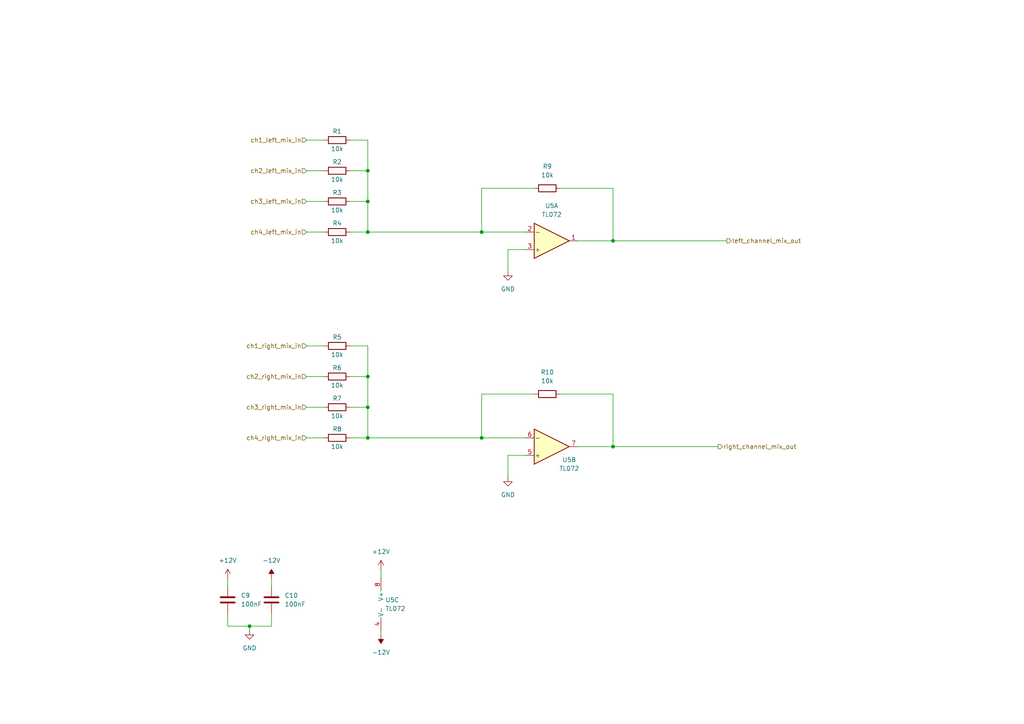
<source format=kicad_sch>
(kicad_sch (version 20230121) (generator eeschema)
  (paper "A4")
  (lib_symbols
    (symbol "Amplifier_Operational:TL072" (pin_names (offset 0.127))
      (property "Reference" "U" (at 0 5.08 0))
      (property "Value" "TL072" (at 0 -5.08 0))
      (symbol "TL072_1_1"
        (polyline (pts (xy -5.08 5.08) (xy 5.08 0) (xy -5.08 -5.08) (xy -5.08 5.08)) (stroke (width 0.254)) (fill (type background)))
        (pin output line (at 7.62 0 180) (length 2.54) (name "~") (number "1"))
        (pin input line (at -7.62 -2.54 0) (length 2.54) (name "-") (number "2"))
        (pin input line (at -7.62 2.54 0) (length 2.54) (name "+") (number "3"))
      )
      (symbol "TL072_2_1"
        (polyline (pts (xy -5.08 5.08) (xy 5.08 0) (xy -5.08 -5.08) (xy -5.08 5.08)) (stroke (width 0.254)) (fill (type background)))
        (pin input line (at -7.62 2.54 0) (length 2.54) (name "+") (number "5"))
        (pin input line (at -7.62 -2.54 0) (length 2.54) (name "-") (number "6"))
        (pin output line (at 7.62 0 180) (length 2.54) (name "~") (number "7"))
      )
      (symbol "TL072_3_1"
        (pin power_in line (at -2.54 -7.62 90) (length 3.81) (name "V-") (number "4"))
        (pin power_in line (at -2.54 7.62 270) (length 3.81) (name "V+") (number "8"))
      )
    )
    (symbol "Device:C" (pin_numbers hide) (pin_names (offset 0.254))
      (property "Reference" "C" (at 0.635 2.54 0))
      (property "Value" "C" (at 0.635 -2.54 0))
      (symbol "C_0_1"
        (polyline (pts (xy -2.032 -0.762) (xy 2.032 -0.762)) (stroke (width 0.508)))
        (polyline (pts (xy -2.032 0.762) (xy 2.032 0.762)) (stroke (width 0.508)))
      )
      (symbol "C_1_1"
        (pin passive line (at 0 3.81 270) (length 2.794) (name "~") (number "1"))
        (pin passive line (at 0 -3.81 90) (length 2.794) (name "~") (number "2"))
      )
    )
    (symbol "Device:R" (pin_numbers hide) (pin_names (offset 0))
      (property "Reference" "R" (at 2.032 0 90))
      (property "Value" "R" (at 0 0 90))
      (symbol "R_0_1"
        (rectangle (start -1.016 -2.54) (end 1.016 2.54) (stroke (width 0.254)))
      )
      (symbol "R_1_1"
        (pin passive line (at 0 3.81 270) (length 1.27) (name "~") (number "1"))
        (pin passive line (at 0 -3.81 90) (length 1.27) (name "~") (number "2"))
      )
    )
    (symbol "power:+12V" (power) (pin_names (offset 0))
      (property "Value" "+12V" (at 0 3.556 0))
      (symbol "+12V_0_1"
        (polyline (pts (xy -0.762 1.27) (xy 0 2.54)))
        (polyline (pts (xy 0 0) (xy 0 2.54)))
        (polyline (pts (xy 0 2.54) (xy 0.762 1.27)))
      )
      (symbol "+12V_1_1"
        (pin power_in line (at 0 0 90) (length 0) hide (name "+12V") (number "1"))
      )
    )
    (symbol "power:-12V" (power) (pin_names (offset 0))
      (property "Value" "-12V" (at 0 3.81 0))
      (symbol "-12V_0_0"
        (pin power_in line (at 0 0 90) (length 0) hide (name "-12V") (number "1"))
      )
      (symbol "-12V_0_1"
        (polyline (pts (xy 0 0) (xy 0 1.27) (xy 0.762 1.27) (xy 0 2.54) (xy -0.762 1.27) (xy 0 1.27)) (fill (type outline)))
      )
    )
    (symbol "power:GND" (power) (pin_names (offset 0))
      (property "Value" "GND" (at 0 -3.81 0))
      (symbol "GND_0_1"
        (polyline (pts (xy 0 0) (xy 0 -1.27) (xy 1.27 -1.27) (xy 0 -2.54) (xy -1.27 -1.27) (xy 0 -1.27)))
      )
      (symbol "GND_1_1"
        (pin power_in line (at 0 0 270) (length 0) hide (name "GND") (number "1"))
      )
    )
  )
  (junction (at 72.39 181.61))
  (junction (at 106.68 49.53))
  (junction (at 106.68 58.42))
  (junction (at 106.68 127))
  (junction (at 177.8 129.54))
  (junction (at 177.8 69.85))
  (junction (at 106.68 67.31))
  (junction (at 106.68 109.22))
  (junction (at 106.68 118.11))
  (junction (at 139.7 67.31))
  (junction (at 139.7 127))
  (wire (pts (xy 101.6 49.53) (xy 106.68 49.53)))
  (wire (pts (xy 66.04 181.61) (xy 72.39 181.61)))
  (wire (pts (xy 139.7 114.3) (xy 154.94 114.3)))
  (wire (pts (xy 167.64 69.85) (xy 177.8 69.85)))
  (wire (pts (xy 106.68 40.64) (xy 106.68 49.53)))
  (wire (pts (xy 88.9 40.64) (xy 93.98 40.64)))
  (wire (pts (xy 167.64 129.54) (xy 177.8 129.54)))
  (wire (pts (xy 139.7 127) (xy 152.4 127)))
  (wire (pts (xy 101.6 67.31) (xy 106.68 67.31)))
  (wire (pts (xy 147.32 72.39) (xy 147.32 78.74)))
  (wire (pts (xy 147.32 132.08) (xy 152.4 132.08)))
  (wire (pts (xy 88.9 49.53) (xy 93.98 49.53)))
  (wire (pts (xy 72.39 181.61) (xy 72.39 182.88)))
  (wire (pts (xy 101.6 40.64) (xy 106.68 40.64)))
  (wire (pts (xy 101.6 109.22) (xy 106.68 109.22)))
  (wire (pts (xy 101.6 100.33) (xy 106.68 100.33)))
  (wire (pts (xy 106.68 118.11) (xy 106.68 127)))
  (wire (pts (xy 106.68 49.53) (xy 106.68 58.42)))
  (wire (pts (xy 110.49 165.1) (xy 110.49 167.64)))
  (wire (pts (xy 162.56 114.3) (xy 177.8 114.3)))
  (wire (pts (xy 106.68 58.42) (xy 106.68 67.31)))
  (wire (pts (xy 106.68 100.33) (xy 106.68 109.22)))
  (wire (pts (xy 101.6 127) (xy 106.68 127)))
  (wire (pts (xy 177.8 129.54) (xy 208.28 129.54)))
  (wire (pts (xy 88.9 58.42) (xy 93.98 58.42)))
  (wire (pts (xy 139.7 54.61) (xy 154.94 54.61)))
  (wire (pts (xy 88.9 127) (xy 93.98 127)))
  (wire (pts (xy 88.9 100.33) (xy 93.98 100.33)))
  (wire (pts (xy 139.7 114.3) (xy 139.7 127)))
  (wire (pts (xy 78.74 177.8) (xy 78.74 181.61)))
  (wire (pts (xy 139.7 54.61) (xy 139.7 67.31)))
  (wire (pts (xy 101.6 58.42) (xy 106.68 58.42)))
  (wire (pts (xy 177.8 114.3) (xy 177.8 129.54)))
  (wire (pts (xy 106.68 67.31) (xy 139.7 67.31)))
  (wire (pts (xy 110.49 182.88) (xy 110.49 184.15)))
  (wire (pts (xy 101.6 118.11) (xy 106.68 118.11)))
  (wire (pts (xy 139.7 67.31) (xy 152.4 67.31)))
  (wire (pts (xy 106.68 127) (xy 139.7 127)))
  (wire (pts (xy 66.04 167.64) (xy 66.04 170.18)))
  (wire (pts (xy 88.9 67.31) (xy 93.98 67.31)))
  (wire (pts (xy 78.74 170.18) (xy 78.74 167.64)))
  (wire (pts (xy 72.39 181.61) (xy 78.74 181.61)))
  (wire (pts (xy 66.04 177.8) (xy 66.04 181.61)))
  (wire (pts (xy 88.9 109.22) (xy 93.98 109.22)))
  (wire (pts (xy 147.32 72.39) (xy 152.4 72.39)))
  (wire (pts (xy 147.32 132.08) (xy 147.32 138.43)))
  (wire (pts (xy 177.8 69.85) (xy 210.82 69.85)))
  (wire (pts (xy 177.8 54.61) (xy 177.8 69.85)))
  (wire (pts (xy 88.9 118.11) (xy 93.98 118.11)))
  (wire (pts (xy 162.56 54.61) (xy 177.8 54.61)))
  (wire (pts (xy 106.68 109.22) (xy 106.68 118.11)))
  (hierarchical_label "ch4_left_mix_in" (shape input) (at 88.9 67.31 180))
  (hierarchical_label "right_channel_mix_out" (shape output) (at 208.28 129.54 0))
  (hierarchical_label "ch1_right_mix_in" (shape input) (at 88.9 100.33 180))
  (hierarchical_label "ch4_right_mix_in" (shape input) (at 88.9 127 180))
  (hierarchical_label "ch3_right_mix_in" (shape input) (at 88.9 118.11 180))
  (hierarchical_label "left_channel_mix_out" (shape output) (at 210.82 69.85 0))
  (hierarchical_label "ch2_right_mix_in" (shape input) (at 88.9 109.22 180))
  (hierarchical_label "ch3_left_mix_in" (shape input) (at 88.9 58.42 180))
  (hierarchical_label "ch1_left_mix_in" (shape input) (at 88.9 40.64 180))
  (hierarchical_label "ch2_left_mix_in" (shape input) (at 88.9 49.53 180))
  (symbol (lib_id "Amplifier_Operational:TL072") (at 113.03 175.26 0) (unit 3)
    (property "Reference" "U5" (at 111.76 173.99 0) (effects (justify left)))
    (property "Value" "TL072" (at 111.76 176.53 0) (effects (justify left)))
    (property "Footprint" "Package_SO:SOIC-8_3.9x4.9mm_P1.27mm" (effects hide))
    (property "Datasheet" "http://www.ti.com/lit/ds/symlink/tl071.pdf" (effects hide))
    (property "LCSC" "C67473" (effects hide))
    (property "Mouser" "511-TL072CDT" (effects hide))
  )
  (symbol (lib_id "Device:R") (at 97.79 67.31 90) (unit 1)
    (property "Reference" "R4" (at 97.79 64.77 90))
    (property "Value" "10k" (at 97.79 69.85 90))
    (property "Footprint" "Resistor_SMD:R_0805_2012Metric_Pad1.20x1.40mm_HandSolder" (effects hide))
    (property "Datasheet" "https://datasheet.lcsc.com/lcsc/2206010216_UNI-ROYAL-Uniroyal-Elec-0805W8F1002T5E_C17414.pdf" (effects hide))
    (property "LCSC" "C17414" (effects hide))
  )
  (symbol (lib_id "Device:C") (at 78.74 173.99 0) (unit 1)
    (property "Reference" "C10" (at 82.55 172.72 0) (effects (justify left)))
    (property "Value" "100nF" (at 82.55 175.26 0) (effects (justify left)))
    (property "Footprint" "Capacitor_SMD:C_0603_1608Metric_Pad1.08x0.95mm_HandSolder" (effects hide))
    (property "Datasheet" "https://datasheet.lcsc.com/lcsc/2304140030_Samsung-Electro-Mechanics-CL10B104KA8NNNC_C1590.pdf" (effects hide))
    (property "LCSC" "C1590" (effects hide))
    (property "Notes" "X7R 25V" (effects hide))
  )
  (symbol (lib_id "power:GND") (at 147.32 138.43 0) (unit 1)
    (property "Reference" "#PWR029" (effects hide))
    (property "Value" "GND" (at 147.32 143.51 0))
  )
  (symbol (lib_id "Device:R") (at 97.79 49.53 90) (unit 1)
    (property "Reference" "R2" (at 97.79 46.99 90))
    (property "Value" "10k" (at 97.79 52.07 90))
    (property "Footprint" "Resistor_SMD:R_0805_2012Metric_Pad1.20x1.40mm_HandSolder" (effects hide))
    (property "Datasheet" "https://datasheet.lcsc.com/lcsc/2206010216_UNI-ROYAL-Uniroyal-Elec-0805W8F1002T5E_C17414.pdf" (effects hide))
    (property "LCSC" "C17414" (effects hide))
  )
  (symbol (lib_id "power:-12V") (at 78.74 167.64 0) (unit 1)
    (property "Reference" "#PWR025" (effects hide))
    (property "Value" "-12V" (at 78.74 162.56 0))
  )
  (symbol (lib_id "power:GND") (at 147.32 78.74 0) (unit 1)
    (property "Reference" "#PWR028" (effects hide))
    (property "Value" "GND" (at 147.32 83.82 0))
  )
  (symbol (lib_id "Amplifier_Operational:TL072") (at 160.02 129.54 0) (mirror x) (unit 2)
    (property "Reference" "U5" (at 165.1 133.35 0))
    (property "Value" "TL072" (at 165.1 135.89 0))
    (property "Footprint" "Package_SO:SOIC-8_3.9x4.9mm_P1.27mm" (effects hide))
    (property "Datasheet" "http://www.ti.com/lit/ds/symlink/tl071.pdf" (effects hide))
    (property "LCSC" "C67473" (effects hide))
    (property "Mouser" "511-TL072CDT" (effects hide))
  )
  (symbol (lib_id "power:-12V") (at 110.49 184.15 180) (unit 1)
    (property "Reference" "#PWR027" (effects hide))
    (property "Value" "-12V" (at 110.49 189.23 0))
  )
  (symbol (lib_id "power:+12V") (at 110.49 165.1 0) (unit 1)
    (property "Reference" "#PWR026" (effects hide))
    (property "Value" "+12V" (at 110.49 160.02 0))
  )
  (symbol (lib_id "Device:R") (at 158.75 54.61 90) (unit 1)
    (property "Reference" "R9" (at 158.75 48.26 90))
    (property "Value" "10k" (at 158.75 50.8 90))
    (property "Footprint" "Resistor_SMD:R_0805_2012Metric_Pad1.20x1.40mm_HandSolder" (effects hide))
    (property "Datasheet" "https://datasheet.lcsc.com/lcsc/2206010216_UNI-ROYAL-Uniroyal-Elec-0805W8F1002T5E_C17414.pdf" (effects hide))
    (property "LCSC" "C17414" (effects hide))
  )
  (symbol (lib_id "Device:R") (at 97.79 127 90) (unit 1)
    (property "Reference" "R8" (at 97.79 124.46 90))
    (property "Value" "10k" (at 97.79 129.54 90))
    (property "Footprint" "Resistor_SMD:R_0805_2012Metric_Pad1.20x1.40mm_HandSolder" (effects hide))
    (property "Datasheet" "https://datasheet.lcsc.com/lcsc/2206010216_UNI-ROYAL-Uniroyal-Elec-0805W8F1002T5E_C17414.pdf" (effects hide))
    (property "LCSC" "C17414" (effects hide))
  )
  (symbol (lib_id "Device:C") (at 66.04 173.99 0) (unit 1)
    (property "Reference" "C9" (at 69.85 172.72 0) (effects (justify left)))
    (property "Value" "100nF" (at 69.85 175.26 0) (effects (justify left)))
    (property "Footprint" "Capacitor_SMD:C_0603_1608Metric_Pad1.08x0.95mm_HandSolder" (effects hide))
    (property "Datasheet" "https://datasheet.lcsc.com/lcsc/2304140030_Samsung-Electro-Mechanics-CL10B104KA8NNNC_C1590.pdf" (effects hide))
    (property "LCSC" "C1590" (effects hide))
    (property "Notes" "X7R 25V" (effects hide))
  )
  (symbol (lib_id "Device:R") (at 97.79 118.11 90) (unit 1)
    (property "Reference" "R7" (at 97.79 115.57 90))
    (property "Value" "10k" (at 97.79 120.65 90))
    (property "Footprint" "Resistor_SMD:R_0805_2012Metric_Pad1.20x1.40mm_HandSolder" (effects hide))
    (property "Datasheet" "https://datasheet.lcsc.com/lcsc/2206010216_UNI-ROYAL-Uniroyal-Elec-0805W8F1002T5E_C17414.pdf" (effects hide))
    (property "LCSC" "C17414" (effects hide))
  )
  (symbol (lib_id "power:+12V") (at 66.04 167.64 0) (unit 1)
    (property "Reference" "#PWR023" (effects hide))
    (property "Value" "+12V" (at 66.04 162.56 0))
  )
  (symbol (lib_id "Amplifier_Operational:TL072") (at 160.02 69.85 0) (mirror x) (unit 1)
    (property "Reference" "U5" (at 160.02 59.69 0))
    (property "Value" "TL072" (at 160.02 62.23 0))
    (property "Footprint" "Package_SO:SOIC-8_3.9x4.9mm_P1.27mm" (effects hide))
    (property "Datasheet" "http://www.ti.com/lit/ds/symlink/tl071.pdf" (effects hide))
    (property "LCSC" "C67473" (effects hide))
    (property "Mouser" "511-TL072CDT" (effects hide))
  )
  (symbol (lib_id "Device:R") (at 97.79 100.33 90) (unit 1)
    (property "Reference" "R5" (at 97.79 97.79 90))
    (property "Value" "10k" (at 97.79 102.87 90))
    (property "Footprint" "Resistor_SMD:R_0805_2012Metric_Pad1.20x1.40mm_HandSolder" (effects hide))
    (property "Datasheet" "https://datasheet.lcsc.com/lcsc/2206010216_UNI-ROYAL-Uniroyal-Elec-0805W8F1002T5E_C17414.pdf" (effects hide))
    (property "LCSC" "C17414" (effects hide))
  )
  (symbol (lib_id "Device:R") (at 97.79 40.64 90) (unit 1)
    (property "Reference" "R1" (at 97.79 38.1 90))
    (property "Value" "10k" (at 97.79 43.18 90))
    (property "Footprint" "Resistor_SMD:R_0805_2012Metric_Pad1.20x1.40mm_HandSolder" (effects hide))
    (property "Datasheet" "https://datasheet.lcsc.com/lcsc/2206010216_UNI-ROYAL-Uniroyal-Elec-0805W8F1002T5E_C17414.pdf" (effects hide))
    (property "LCSC" "C17414" (effects hide))
  )
  (symbol (lib_id "Device:R") (at 97.79 58.42 90) (unit 1)
    (property "Reference" "R3" (at 97.79 55.88 90))
    (property "Value" "10k" (at 97.79 60.96 90))
    (property "Footprint" "Resistor_SMD:R_0805_2012Metric_Pad1.20x1.40mm_HandSolder" (effects hide))
    (property "Datasheet" "https://datasheet.lcsc.com/lcsc/2206010216_UNI-ROYAL-Uniroyal-Elec-0805W8F1002T5E_C17414.pdf" (effects hide))
    (property "LCSC" "C17414" (effects hide))
  )
  (symbol (lib_id "Device:R") (at 158.75 114.3 90) (unit 1)
    (property "Reference" "R10" (at 158.75 107.95 90))
    (property "Value" "10k" (at 158.75 110.49 90))
    (property "Footprint" "Resistor_SMD:R_0805_2012Metric_Pad1.20x1.40mm_HandSolder" (effects hide))
    (property "Datasheet" "https://datasheet.lcsc.com/lcsc/2206010216_UNI-ROYAL-Uniroyal-Elec-0805W8F1002T5E_C17414.pdf" (effects hide))
    (property "LCSC" "C17414" (effects hide))
  )
  (symbol (lib_id "power:GND") (at 72.39 182.88 0) (unit 1)
    (property "Reference" "#PWR024" (effects hide))
    (property "Value" "GND" (at 72.39 187.96 0))
  )
  (symbol (lib_id "Device:R") (at 97.79 109.22 90) (unit 1)
    (property "Reference" "R6" (at 97.79 106.68 90))
    (property "Value" "10k" (at 97.79 111.76 90))
    (property "Footprint" "Resistor_SMD:R_0805_2012Metric_Pad1.20x1.40mm_HandSolder" (effects hide))
    (property "Datasheet" "https://datasheet.lcsc.com/lcsc/2206010216_UNI-ROYAL-Uniroyal-Elec-0805W8F1002T5E_C17414.pdf" (effects hide))
    (property "LCSC" "C17414" (effects hide))
  )
)
</source>
